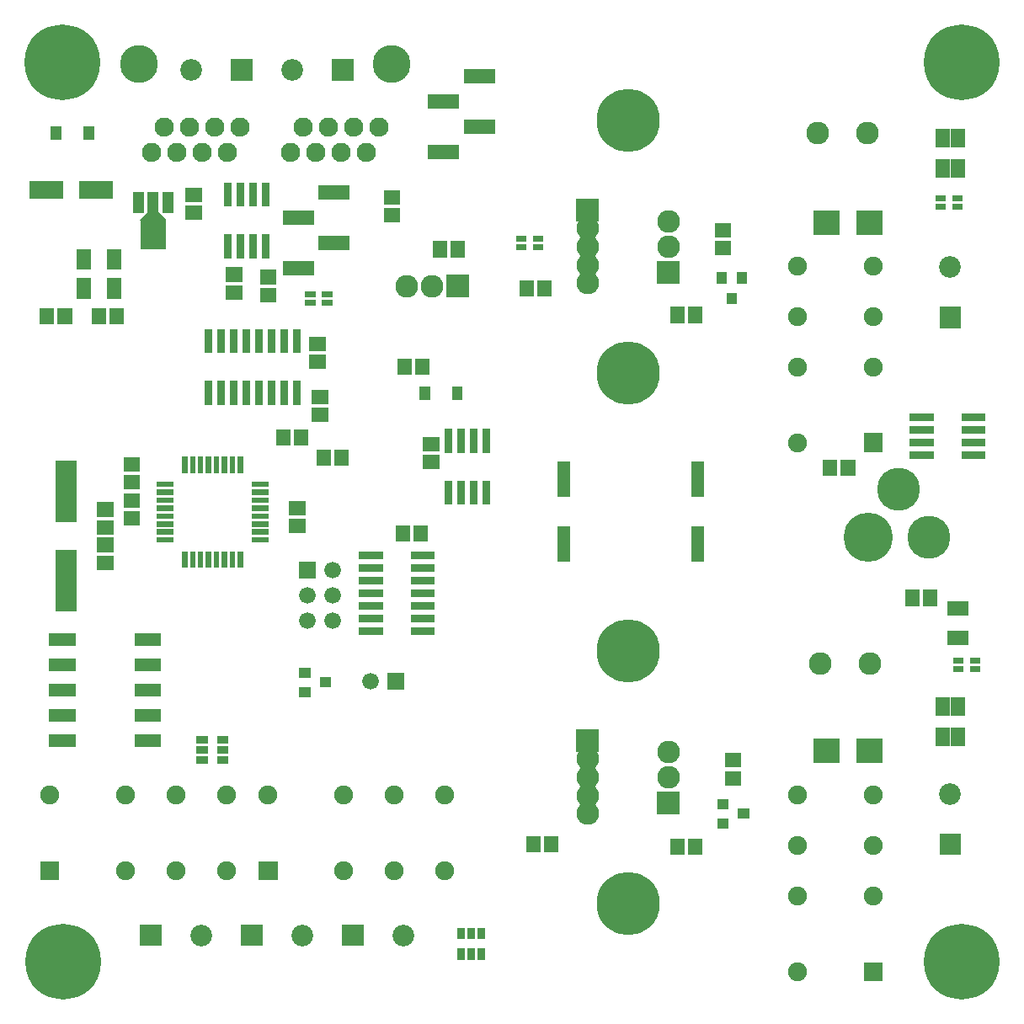
<source format=gbr>
G04 start of page 6 for group -4063 idx -4063 *
G04 Title: (unknown), componentmask *
G04 Creator: pcb 20140316 *
G04 CreationDate: Tue 07 Jul 2015 02:36:49 AM GMT UTC *
G04 For: ndholmes *
G04 Format: Gerber/RS-274X *
G04 PCB-Dimensions (mil): 3900.00 3900.00 *
G04 PCB-Coordinate-Origin: lower left *
%MOIN*%
%FSLAX25Y25*%
%LNTOPMASK*%
%ADD118R,0.0438X0.0438*%
%ADD117R,0.1005X0.1005*%
%ADD116R,0.0217X0.0217*%
%ADD115R,0.0847X0.0847*%
%ADD114R,0.0520X0.0520*%
%ADD113R,0.0690X0.0690*%
%ADD112R,0.0420X0.0420*%
%ADD111R,0.0965X0.0965*%
%ADD110R,0.0400X0.0400*%
%ADD109R,0.0490X0.0490*%
%ADD108R,0.0300X0.0300*%
%ADD107R,0.0560X0.0560*%
%ADD106R,0.0572X0.0572*%
%ADD105R,0.0227X0.0227*%
%ADD104C,0.1700*%
%ADD103C,0.1950*%
%ADD102C,0.0660*%
%ADD101C,0.2500*%
%ADD100C,0.0900*%
%ADD99C,0.0750*%
%ADD98C,0.0001*%
%ADD97C,0.0860*%
%ADD96C,0.2997*%
%ADD95C,0.1500*%
%ADD94C,0.0760*%
G54D94*X87500Y347500D03*
X82500Y337500D03*
X72500D03*
X62500D03*
X52500D03*
X77500Y347500D03*
X67500D03*
X57500D03*
G54D95*X47500Y372500D03*
G54D96*X17000Y373000D03*
G54D97*X68000Y370000D03*
G54D98*G36*
X83700Y374300D02*Y365700D01*
X92300D01*
Y374300D01*
X83700D01*
G37*
G54D96*X17500Y17000D03*
G54D98*G36*
X47700Y31800D02*Y23200D01*
X56300D01*
Y31800D01*
X47700D01*
G37*
G54D97*X72000Y27500D03*
G54D98*G36*
X8250Y56750D02*Y49250D01*
X15750D01*
Y56750D01*
X8250D01*
G37*
G54D99*X12000Y83000D03*
X42000Y53000D03*
Y83000D03*
X62000Y53000D03*
Y83000D03*
X82000Y53000D03*
Y83000D03*
G54D100*X225000Y82800D03*
Y90000D03*
Y97200D03*
X257000Y100000D03*
Y90000D03*
G54D98*G36*
X252500Y84500D02*Y75500D01*
X261500D01*
Y84500D01*
X252500D01*
G37*
G36*
X220500Y108900D02*Y99900D01*
X229500D01*
Y108900D01*
X220500D01*
G37*
G54D101*X241000Y140000D03*
G54D94*X142500Y347500D03*
X137500Y337500D03*
X132500Y347500D03*
G54D95*X147500Y372500D03*
G54D94*X127500Y337500D03*
X122500Y347500D03*
X117500Y337500D03*
X112500Y347500D03*
X107500Y337500D03*
G54D100*X153500Y284500D03*
X163500D03*
G54D98*G36*
X169000Y289000D02*Y280000D01*
X178000D01*
Y289000D01*
X169000D01*
G37*
G36*
X123700Y374300D02*Y365700D01*
X132300D01*
Y374300D01*
X123700D01*
G37*
G54D97*X108000Y370000D03*
G54D100*X225000Y75600D03*
G54D101*X241000Y40000D03*
G54D98*G36*
X87700Y31800D02*Y23200D01*
X96300D01*
Y31800D01*
X87700D01*
G37*
G54D97*X112000Y27500D03*
G54D98*G36*
X127700Y31800D02*Y23200D01*
X136300D01*
Y31800D01*
X127700D01*
G37*
G54D97*X152000Y27500D03*
G54D98*G36*
X94750Y56750D02*Y49250D01*
X102250D01*
Y56750D01*
X94750D01*
G37*
G54D99*X98500Y83000D03*
X128500Y53000D03*
Y83000D03*
X148500Y53000D03*
Y83000D03*
X168500Y53000D03*
Y83000D03*
G54D98*G36*
X145700Y131300D02*Y124700D01*
X152300D01*
Y131300D01*
X145700D01*
G37*
G54D102*X139000Y128000D03*
G54D98*G36*
X110700Y175300D02*Y168700D01*
X117300D01*
Y175300D01*
X110700D01*
G37*
G54D102*X114000Y162000D03*
Y152000D03*
X124000Y172000D03*
Y162000D03*
Y152000D03*
G54D98*G36*
X334250Y226250D02*Y218750D01*
X341750D01*
Y226250D01*
X334250D01*
G37*
G54D99*X338000Y252500D03*
Y272500D03*
Y292500D03*
X308000Y252500D03*
Y222500D03*
G54D103*X336000Y185000D03*
G54D104*X360000D03*
X348000Y204000D03*
G54D97*X368500Y83500D03*
G54D100*X336850Y135000D03*
G54D98*G36*
X364200Y67800D02*Y59200D01*
X372800D01*
Y67800D01*
X364200D01*
G37*
G54D96*X373000Y17000D03*
G54D98*G36*
X334250Y16750D02*Y9250D01*
X341750D01*
Y16750D01*
X334250D01*
G37*
G54D99*X338000Y43000D03*
Y63000D03*
G54D100*X317150Y135000D03*
G54D99*X338000Y83000D03*
X308000D03*
Y63000D03*
Y43000D03*
Y13000D03*
Y292500D03*
G54D98*G36*
X364200Y276300D02*Y267700D01*
X372800D01*
Y276300D01*
X364200D01*
G37*
G54D97*X368500Y292000D03*
G54D99*X308000Y272500D03*
G54D101*X241000Y250000D03*
G54D96*X373000Y373000D03*
G54D100*X335850Y345000D03*
X316150D03*
X225000Y285600D03*
Y292800D03*
Y300000D03*
Y307200D03*
G54D98*G36*
X220500Y318900D02*Y309900D01*
X229500D01*
Y318900D01*
X220500D01*
G37*
G54D101*X241000Y350000D03*
G54D100*X257000Y310000D03*
Y300000D03*
G54D98*G36*
X252500Y294500D02*Y285500D01*
X261500D01*
Y294500D01*
X252500D01*
G37*
G54D105*X204413Y299925D02*X206283D01*
G54D106*X200914Y283893D02*Y283107D01*
X208000Y283893D02*Y283107D01*
G54D105*X204413Y303075D02*X206283D01*
X197717D02*X199587D01*
G54D107*X178760Y367500D02*X185413D01*
X164587Y357500D02*X171240D01*
X178760Y347500D02*X185413D01*
X164587Y337500D02*X171240D01*
G54D105*X197717Y299925D02*X199587D01*
G54D106*X166457Y299393D02*Y298607D01*
X173543Y299393D02*Y298607D01*
X147107Y319543D02*X147893D01*
X147107Y312457D02*X147893D01*
G54D105*X363717Y319075D02*X365587D01*
X363717Y315925D02*X365587D01*
X370413D02*X372283D01*
X370413Y319075D02*X372283D01*
G54D106*X371450Y343700D02*Y342100D01*
X365550Y343700D02*Y342100D01*
X371450Y331900D02*Y330300D01*
X365550Y331900D02*Y330300D01*
X203414Y63893D02*Y63107D01*
X210500Y63893D02*Y63107D01*
G54D108*X175000Y20800D02*Y19200D01*
X178900Y20800D02*Y19200D01*
X182800Y20800D02*Y19200D01*
Y29000D02*Y27400D01*
X178900Y29000D02*Y27400D01*
X175000Y29000D02*Y27400D01*
G54D109*X215500Y212500D02*Y203500D01*
X268500Y212500D02*Y203500D01*
X215500Y187000D02*Y177900D01*
X268500Y187000D02*Y177900D01*
G54D106*X260414Y273393D02*Y272607D01*
X267500Y273393D02*Y272607D01*
X278107Y299457D02*X278893D01*
X278107Y306543D02*X278893D01*
G54D110*X278100Y288000D02*Y287400D01*
X285900Y288000D02*Y287400D01*
G54D111*X319142Y309500D02*X319929D01*
X336071D02*X336858D01*
G54D110*X282000Y279800D02*Y279200D01*
G54D106*X328043Y212893D02*Y212107D01*
X320957Y212893D02*Y212107D01*
X260414Y62893D02*Y62107D01*
X267500Y62893D02*Y62107D01*
X282107Y89657D02*X282893D01*
X282107Y96743D02*X282893D01*
G54D110*X278200Y79500D02*X278800D01*
X278200Y71700D02*X278800D01*
X286400Y75600D02*X287000D01*
G54D111*X319142Y100500D02*X319929D01*
X336071D02*X336858D01*
G54D105*X370717Y136075D02*X372587D01*
X370717Y132925D02*X372587D01*
X377413D02*X379283D01*
X377413Y136075D02*X379283D01*
G54D106*X370319Y145095D02*X372681D01*
X360543Y161393D02*Y160607D01*
X370319Y156905D02*X372681D01*
X353457Y161393D02*Y160607D01*
X365550Y106900D02*Y105300D01*
X371450Y106900D02*Y105300D01*
X365550Y118700D02*Y117100D01*
X371450Y118700D02*Y117100D01*
G54D108*X374500Y217500D02*X381000D01*
X374500Y222500D02*X381000D01*
X374500Y227500D02*X381000D01*
X374500Y232500D02*X381000D01*
X354000D02*X360500D01*
X354000Y227500D02*X360500D01*
X354000Y222500D02*X360500D01*
X354000Y217500D02*X360500D01*
G54D106*X162607Y214914D02*X163393D01*
X162607Y222000D02*X163393D01*
G54D108*X185000Y226500D02*Y220000D01*
X180000Y226500D02*Y220000D01*
X175000Y226500D02*Y220000D01*
X170000Y226500D02*Y220000D01*
X175000Y206000D02*Y199500D01*
X180000Y206000D02*Y199500D01*
X185000Y206000D02*Y199500D01*
G54D112*X160500Y242600D02*Y241400D01*
X173400Y242600D02*Y241400D01*
G54D106*X152457Y252893D02*Y252107D01*
X159543Y252893D02*Y252107D01*
X118607Y233457D02*X119393D01*
X120457Y216893D02*Y216107D01*
X127543Y216893D02*Y216107D01*
X104457Y224893D02*Y224107D01*
X111543Y224893D02*Y224107D01*
G54D108*X110000Y266000D02*Y259500D01*
X105000Y266000D02*Y259500D01*
X100000Y266000D02*Y259500D01*
G54D106*X117607Y261543D02*X118393D01*
G54D108*X95000Y266000D02*Y259500D01*
Y245500D02*Y239000D01*
X90000Y266000D02*Y259500D01*
Y245500D02*Y239000D01*
X85000Y266000D02*Y259500D01*
Y245500D02*Y239000D01*
X80000Y266000D02*Y259500D01*
X75000Y266000D02*Y259500D01*
Y245500D02*Y239000D01*
X80000Y245500D02*Y239000D01*
X100000Y245500D02*Y239000D01*
X105000Y245500D02*Y239000D01*
X110000Y245500D02*Y239000D01*
G54D106*X118607Y240543D02*X119393D01*
X117607Y254457D02*X118393D01*
G54D108*X170000Y206000D02*Y199500D01*
G54D106*X151914Y186893D02*Y186107D01*
X159000Y186893D02*Y186107D01*
X109607Y189457D02*X110393D01*
X109607Y196543D02*X110393D01*
G54D108*X136000Y178000D02*X142500D01*
X136000Y173000D02*X142500D01*
X136000Y168000D02*X142500D01*
X136000Y163000D02*X142500D01*
X136000Y158000D02*X142500D01*
X136000Y153000D02*X142500D01*
X136000Y148000D02*X142500D01*
X156500D02*X163000D01*
X156500Y153000D02*X163000D01*
X156500Y158000D02*X163000D01*
X156500Y163000D02*X163000D01*
X156500Y168000D02*X163000D01*
X156500Y173000D02*X163000D01*
X156500Y178000D02*X163000D01*
G54D106*X37405Y284681D02*Y282319D01*
Y296181D02*Y293819D01*
X25595Y284681D02*Y282319D01*
Y296181D02*Y293819D01*
G54D112*X27500Y345600D02*Y344400D01*
X14600Y345600D02*Y344400D01*
G54D106*X31457Y272893D02*Y272107D01*
X38543Y272893D02*Y272107D01*
X10957Y272893D02*Y272107D01*
X18043Y272893D02*Y272107D01*
G54D113*X7508Y322500D02*X13807D01*
X27193D02*X33492D01*
G54D114*X14450Y144500D02*X19650D01*
X14450Y134500D02*X19650D01*
X14450Y124500D02*X19650D01*
X14450Y114500D02*X19650D01*
X14450Y104500D02*X19650D01*
G54D115*X18500Y175657D02*Y159909D01*
G54D106*X44107Y192500D02*X44893D01*
X44107Y199586D02*X44893D01*
G54D115*X18500Y211091D02*Y195343D01*
G54D106*X44107Y206914D02*X44893D01*
X44107Y214000D02*X44893D01*
X33607Y188957D02*X34393D01*
X33607Y196043D02*X34393D01*
X33607Y182043D02*X34393D01*
X33607Y174957D02*X34393D01*
G54D116*X68626Y215992D02*Y211566D01*
X65476Y215992D02*Y211566D01*
G54D114*X48350Y144500D02*X53550D01*
X48350Y134500D02*X53550D01*
X48350Y124500D02*X53550D01*
X48350Y114500D02*X53550D01*
X48350Y104500D02*X53550D01*
G54D108*X79700Y97000D02*X81300D01*
X79700Y100900D02*X81300D01*
X79700Y104800D02*X81300D01*
X71500D02*X73100D01*
X71500Y100900D02*X73100D01*
X71500Y97000D02*X73100D01*
G54D106*X84607Y289043D02*X85393D01*
X84607Y281957D02*X85393D01*
X98107Y280957D02*X98893D01*
G54D98*G36*
X47851Y310665D02*X51115Y313929D01*
X52959Y312085D01*
X49695Y308821D01*
X47851Y310665D01*
G37*
G54D106*X98107Y288043D02*X98893D01*
G54D108*X82500Y303500D02*Y297000D01*
X87500Y303500D02*Y297000D01*
X92500Y303500D02*Y297000D01*
X97500Y303500D02*Y297000D01*
G54D105*X114217Y281075D02*X116087D01*
X114217Y277925D02*X116087D01*
X120913D02*X122783D01*
X120913Y281075D02*X122783D01*
G54D117*X53000Y305940D02*Y304050D01*
G54D106*X68607Y313457D02*X69393D01*
X68607Y320543D02*X69393D01*
G54D118*X58906Y319484D02*Y315390D01*
X53000Y319484D02*Y307674D01*
G54D98*G36*
X54885Y313929D02*X58149Y310665D01*
X56305Y308821D01*
X53041Y312085D01*
X54885Y313929D01*
G37*
G54D118*X47094Y319484D02*Y315390D01*
G54D107*X107087Y291500D02*X113740D01*
X121260Y301500D02*X127913D01*
X107087Y311500D02*X113740D01*
X121260Y321500D02*X127913D01*
G54D108*X97500Y324000D02*Y317500D01*
X92500Y324000D02*Y317500D01*
X87500Y324000D02*Y317500D01*
X82500Y324000D02*Y317500D01*
G54D110*X112700Y131500D02*X113300D01*
X112700Y123700D02*X113300D01*
X120900Y127600D02*X121500D01*
G54D116*X55508Y206023D02*X59934D01*
X55508Y202874D02*X59934D01*
X55508Y199724D02*X59934D01*
X55508Y196575D02*X59934D01*
X55508Y193425D02*X59934D01*
X55508Y190275D02*X59934D01*
X55508Y187126D02*X59934D01*
X55508Y183976D02*X59934D01*
X65477Y178434D02*Y174008D01*
X68626Y178434D02*Y174008D01*
X71776Y178434D02*Y174008D01*
X74925Y178434D02*Y174008D01*
X78075Y178434D02*Y174008D01*
X81225Y178434D02*Y174008D01*
X84374Y178434D02*Y174008D01*
X87524Y178434D02*Y174008D01*
X93066Y183977D02*X97492D01*
X93066Y187126D02*X97492D01*
X93066Y190276D02*X97492D01*
X93066Y193425D02*X97492D01*
X93066Y196575D02*X97492D01*
X93066Y199725D02*X97492D01*
X93066Y202874D02*X97492D01*
X93066Y206024D02*X97492D01*
X87523Y215992D02*Y211566D01*
X84374Y215992D02*Y211566D01*
X81224Y215992D02*Y211566D01*
X78075Y215992D02*Y211566D01*
X74925Y215992D02*Y211566D01*
X71775Y215992D02*Y211566D01*
M02*

</source>
